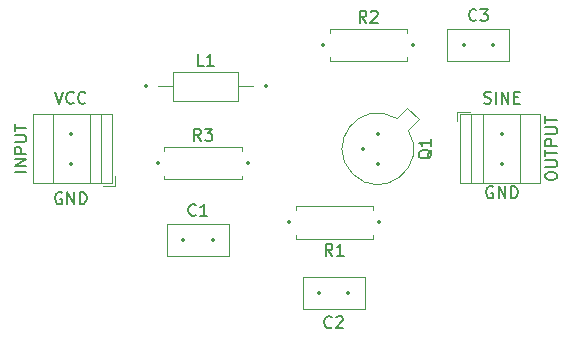
<source format=gto>
%TF.GenerationSoftware,KiCad,Pcbnew,8.0.3*%
%TF.CreationDate,2024-12-18T20:06:44+01:00*%
%TF.ProjectId,Oscillatore,4f736369-6c6c-4617-946f-72652e6b6963,rev?*%
%TF.SameCoordinates,Original*%
%TF.FileFunction,Legend,Top*%
%TF.FilePolarity,Positive*%
%FSLAX46Y46*%
G04 Gerber Fmt 4.6, Leading zero omitted, Abs format (unit mm)*
G04 Created by KiCad (PCBNEW 8.0.3) date 2024-12-18 20:06:44*
%MOMM*%
%LPD*%
G01*
G04 APERTURE LIST*
%ADD10C,0.150000*%
%ADD11C,0.120000*%
%ADD12C,0.350000*%
G04 APERTURE END LIST*
D10*
X143500000Y-71407200D02*
X143642857Y-71454819D01*
X143642857Y-71454819D02*
X143880952Y-71454819D01*
X143880952Y-71454819D02*
X143976190Y-71407200D01*
X143976190Y-71407200D02*
X144023809Y-71359580D01*
X144023809Y-71359580D02*
X144071428Y-71264342D01*
X144071428Y-71264342D02*
X144071428Y-71169104D01*
X144071428Y-71169104D02*
X144023809Y-71073866D01*
X144023809Y-71073866D02*
X143976190Y-71026247D01*
X143976190Y-71026247D02*
X143880952Y-70978628D01*
X143880952Y-70978628D02*
X143690476Y-70931009D01*
X143690476Y-70931009D02*
X143595238Y-70883390D01*
X143595238Y-70883390D02*
X143547619Y-70835771D01*
X143547619Y-70835771D02*
X143500000Y-70740533D01*
X143500000Y-70740533D02*
X143500000Y-70645295D01*
X143500000Y-70645295D02*
X143547619Y-70550057D01*
X143547619Y-70550057D02*
X143595238Y-70502438D01*
X143595238Y-70502438D02*
X143690476Y-70454819D01*
X143690476Y-70454819D02*
X143928571Y-70454819D01*
X143928571Y-70454819D02*
X144071428Y-70502438D01*
X144500000Y-71454819D02*
X144500000Y-70454819D01*
X144976190Y-71454819D02*
X144976190Y-70454819D01*
X144976190Y-70454819D02*
X145547618Y-71454819D01*
X145547618Y-71454819D02*
X145547618Y-70454819D01*
X146023809Y-70931009D02*
X146357142Y-70931009D01*
X146499999Y-71454819D02*
X146023809Y-71454819D01*
X146023809Y-71454819D02*
X146023809Y-70454819D01*
X146023809Y-70454819D02*
X146499999Y-70454819D01*
X144238095Y-78502438D02*
X144142857Y-78454819D01*
X144142857Y-78454819D02*
X144000000Y-78454819D01*
X144000000Y-78454819D02*
X143857143Y-78502438D01*
X143857143Y-78502438D02*
X143761905Y-78597676D01*
X143761905Y-78597676D02*
X143714286Y-78692914D01*
X143714286Y-78692914D02*
X143666667Y-78883390D01*
X143666667Y-78883390D02*
X143666667Y-79026247D01*
X143666667Y-79026247D02*
X143714286Y-79216723D01*
X143714286Y-79216723D02*
X143761905Y-79311961D01*
X143761905Y-79311961D02*
X143857143Y-79407200D01*
X143857143Y-79407200D02*
X144000000Y-79454819D01*
X144000000Y-79454819D02*
X144095238Y-79454819D01*
X144095238Y-79454819D02*
X144238095Y-79407200D01*
X144238095Y-79407200D02*
X144285714Y-79359580D01*
X144285714Y-79359580D02*
X144285714Y-79026247D01*
X144285714Y-79026247D02*
X144095238Y-79026247D01*
X144714286Y-79454819D02*
X144714286Y-78454819D01*
X144714286Y-78454819D02*
X145285714Y-79454819D01*
X145285714Y-79454819D02*
X145285714Y-78454819D01*
X145761905Y-79454819D02*
X145761905Y-78454819D01*
X145761905Y-78454819D02*
X146000000Y-78454819D01*
X146000000Y-78454819D02*
X146142857Y-78502438D01*
X146142857Y-78502438D02*
X146238095Y-78597676D01*
X146238095Y-78597676D02*
X146285714Y-78692914D01*
X146285714Y-78692914D02*
X146333333Y-78883390D01*
X146333333Y-78883390D02*
X146333333Y-79026247D01*
X146333333Y-79026247D02*
X146285714Y-79216723D01*
X146285714Y-79216723D02*
X146238095Y-79311961D01*
X146238095Y-79311961D02*
X146142857Y-79407200D01*
X146142857Y-79407200D02*
X146000000Y-79454819D01*
X146000000Y-79454819D02*
X145761905Y-79454819D01*
X107738095Y-79002438D02*
X107642857Y-78954819D01*
X107642857Y-78954819D02*
X107500000Y-78954819D01*
X107500000Y-78954819D02*
X107357143Y-79002438D01*
X107357143Y-79002438D02*
X107261905Y-79097676D01*
X107261905Y-79097676D02*
X107214286Y-79192914D01*
X107214286Y-79192914D02*
X107166667Y-79383390D01*
X107166667Y-79383390D02*
X107166667Y-79526247D01*
X107166667Y-79526247D02*
X107214286Y-79716723D01*
X107214286Y-79716723D02*
X107261905Y-79811961D01*
X107261905Y-79811961D02*
X107357143Y-79907200D01*
X107357143Y-79907200D02*
X107500000Y-79954819D01*
X107500000Y-79954819D02*
X107595238Y-79954819D01*
X107595238Y-79954819D02*
X107738095Y-79907200D01*
X107738095Y-79907200D02*
X107785714Y-79859580D01*
X107785714Y-79859580D02*
X107785714Y-79526247D01*
X107785714Y-79526247D02*
X107595238Y-79526247D01*
X108214286Y-79954819D02*
X108214286Y-78954819D01*
X108214286Y-78954819D02*
X108785714Y-79954819D01*
X108785714Y-79954819D02*
X108785714Y-78954819D01*
X109261905Y-79954819D02*
X109261905Y-78954819D01*
X109261905Y-78954819D02*
X109500000Y-78954819D01*
X109500000Y-78954819D02*
X109642857Y-79002438D01*
X109642857Y-79002438D02*
X109738095Y-79097676D01*
X109738095Y-79097676D02*
X109785714Y-79192914D01*
X109785714Y-79192914D02*
X109833333Y-79383390D01*
X109833333Y-79383390D02*
X109833333Y-79526247D01*
X109833333Y-79526247D02*
X109785714Y-79716723D01*
X109785714Y-79716723D02*
X109738095Y-79811961D01*
X109738095Y-79811961D02*
X109642857Y-79907200D01*
X109642857Y-79907200D02*
X109500000Y-79954819D01*
X109500000Y-79954819D02*
X109261905Y-79954819D01*
X107166667Y-70454819D02*
X107500000Y-71454819D01*
X107500000Y-71454819D02*
X107833333Y-70454819D01*
X108738095Y-71359580D02*
X108690476Y-71407200D01*
X108690476Y-71407200D02*
X108547619Y-71454819D01*
X108547619Y-71454819D02*
X108452381Y-71454819D01*
X108452381Y-71454819D02*
X108309524Y-71407200D01*
X108309524Y-71407200D02*
X108214286Y-71311961D01*
X108214286Y-71311961D02*
X108166667Y-71216723D01*
X108166667Y-71216723D02*
X108119048Y-71026247D01*
X108119048Y-71026247D02*
X108119048Y-70883390D01*
X108119048Y-70883390D02*
X108166667Y-70692914D01*
X108166667Y-70692914D02*
X108214286Y-70597676D01*
X108214286Y-70597676D02*
X108309524Y-70502438D01*
X108309524Y-70502438D02*
X108452381Y-70454819D01*
X108452381Y-70454819D02*
X108547619Y-70454819D01*
X108547619Y-70454819D02*
X108690476Y-70502438D01*
X108690476Y-70502438D02*
X108738095Y-70550057D01*
X109738095Y-71359580D02*
X109690476Y-71407200D01*
X109690476Y-71407200D02*
X109547619Y-71454819D01*
X109547619Y-71454819D02*
X109452381Y-71454819D01*
X109452381Y-71454819D02*
X109309524Y-71407200D01*
X109309524Y-71407200D02*
X109214286Y-71311961D01*
X109214286Y-71311961D02*
X109166667Y-71216723D01*
X109166667Y-71216723D02*
X109119048Y-71026247D01*
X109119048Y-71026247D02*
X109119048Y-70883390D01*
X109119048Y-70883390D02*
X109166667Y-70692914D01*
X109166667Y-70692914D02*
X109214286Y-70597676D01*
X109214286Y-70597676D02*
X109309524Y-70502438D01*
X109309524Y-70502438D02*
X109452381Y-70454819D01*
X109452381Y-70454819D02*
X109547619Y-70454819D01*
X109547619Y-70454819D02*
X109690476Y-70502438D01*
X109690476Y-70502438D02*
X109738095Y-70550057D01*
X104734819Y-77198570D02*
X103734819Y-77198570D01*
X104734819Y-76722380D02*
X103734819Y-76722380D01*
X103734819Y-76722380D02*
X104734819Y-76150952D01*
X104734819Y-76150952D02*
X103734819Y-76150952D01*
X104734819Y-75674761D02*
X103734819Y-75674761D01*
X103734819Y-75674761D02*
X103734819Y-75293809D01*
X103734819Y-75293809D02*
X103782438Y-75198571D01*
X103782438Y-75198571D02*
X103830057Y-75150952D01*
X103830057Y-75150952D02*
X103925295Y-75103333D01*
X103925295Y-75103333D02*
X104068152Y-75103333D01*
X104068152Y-75103333D02*
X104163390Y-75150952D01*
X104163390Y-75150952D02*
X104211009Y-75198571D01*
X104211009Y-75198571D02*
X104258628Y-75293809D01*
X104258628Y-75293809D02*
X104258628Y-75674761D01*
X103734819Y-74674761D02*
X104544342Y-74674761D01*
X104544342Y-74674761D02*
X104639580Y-74627142D01*
X104639580Y-74627142D02*
X104687200Y-74579523D01*
X104687200Y-74579523D02*
X104734819Y-74484285D01*
X104734819Y-74484285D02*
X104734819Y-74293809D01*
X104734819Y-74293809D02*
X104687200Y-74198571D01*
X104687200Y-74198571D02*
X104639580Y-74150952D01*
X104639580Y-74150952D02*
X104544342Y-74103333D01*
X104544342Y-74103333D02*
X103734819Y-74103333D01*
X103734819Y-73769999D02*
X103734819Y-73198571D01*
X104734819Y-73484285D02*
X103734819Y-73484285D01*
X119523333Y-74584819D02*
X119190000Y-74108628D01*
X118951905Y-74584819D02*
X118951905Y-73584819D01*
X118951905Y-73584819D02*
X119332857Y-73584819D01*
X119332857Y-73584819D02*
X119428095Y-73632438D01*
X119428095Y-73632438D02*
X119475714Y-73680057D01*
X119475714Y-73680057D02*
X119523333Y-73775295D01*
X119523333Y-73775295D02*
X119523333Y-73918152D01*
X119523333Y-73918152D02*
X119475714Y-74013390D01*
X119475714Y-74013390D02*
X119428095Y-74061009D01*
X119428095Y-74061009D02*
X119332857Y-74108628D01*
X119332857Y-74108628D02*
X118951905Y-74108628D01*
X119856667Y-73584819D02*
X120475714Y-73584819D01*
X120475714Y-73584819D02*
X120142381Y-73965771D01*
X120142381Y-73965771D02*
X120285238Y-73965771D01*
X120285238Y-73965771D02*
X120380476Y-74013390D01*
X120380476Y-74013390D02*
X120428095Y-74061009D01*
X120428095Y-74061009D02*
X120475714Y-74156247D01*
X120475714Y-74156247D02*
X120475714Y-74394342D01*
X120475714Y-74394342D02*
X120428095Y-74489580D01*
X120428095Y-74489580D02*
X120380476Y-74537200D01*
X120380476Y-74537200D02*
X120285238Y-74584819D01*
X120285238Y-74584819D02*
X119999524Y-74584819D01*
X119999524Y-74584819D02*
X119904286Y-74537200D01*
X119904286Y-74537200D02*
X119856667Y-74489580D01*
X133523333Y-64584819D02*
X133190000Y-64108628D01*
X132951905Y-64584819D02*
X132951905Y-63584819D01*
X132951905Y-63584819D02*
X133332857Y-63584819D01*
X133332857Y-63584819D02*
X133428095Y-63632438D01*
X133428095Y-63632438D02*
X133475714Y-63680057D01*
X133475714Y-63680057D02*
X133523333Y-63775295D01*
X133523333Y-63775295D02*
X133523333Y-63918152D01*
X133523333Y-63918152D02*
X133475714Y-64013390D01*
X133475714Y-64013390D02*
X133428095Y-64061009D01*
X133428095Y-64061009D02*
X133332857Y-64108628D01*
X133332857Y-64108628D02*
X132951905Y-64108628D01*
X133904286Y-63680057D02*
X133951905Y-63632438D01*
X133951905Y-63632438D02*
X134047143Y-63584819D01*
X134047143Y-63584819D02*
X134285238Y-63584819D01*
X134285238Y-63584819D02*
X134380476Y-63632438D01*
X134380476Y-63632438D02*
X134428095Y-63680057D01*
X134428095Y-63680057D02*
X134475714Y-63775295D01*
X134475714Y-63775295D02*
X134475714Y-63870533D01*
X134475714Y-63870533D02*
X134428095Y-64013390D01*
X134428095Y-64013390D02*
X133856667Y-64584819D01*
X133856667Y-64584819D02*
X134475714Y-64584819D01*
X130643333Y-84324819D02*
X130310000Y-83848628D01*
X130071905Y-84324819D02*
X130071905Y-83324819D01*
X130071905Y-83324819D02*
X130452857Y-83324819D01*
X130452857Y-83324819D02*
X130548095Y-83372438D01*
X130548095Y-83372438D02*
X130595714Y-83420057D01*
X130595714Y-83420057D02*
X130643333Y-83515295D01*
X130643333Y-83515295D02*
X130643333Y-83658152D01*
X130643333Y-83658152D02*
X130595714Y-83753390D01*
X130595714Y-83753390D02*
X130548095Y-83801009D01*
X130548095Y-83801009D02*
X130452857Y-83848628D01*
X130452857Y-83848628D02*
X130071905Y-83848628D01*
X131595714Y-84324819D02*
X131024286Y-84324819D01*
X131310000Y-84324819D02*
X131310000Y-83324819D01*
X131310000Y-83324819D02*
X131214762Y-83467676D01*
X131214762Y-83467676D02*
X131119524Y-83562914D01*
X131119524Y-83562914D02*
X131024286Y-83610533D01*
X139070057Y-75365238D02*
X139022438Y-75460476D01*
X139022438Y-75460476D02*
X138927200Y-75555714D01*
X138927200Y-75555714D02*
X138784342Y-75698571D01*
X138784342Y-75698571D02*
X138736723Y-75793809D01*
X138736723Y-75793809D02*
X138736723Y-75889047D01*
X138974819Y-75841428D02*
X138927200Y-75936666D01*
X138927200Y-75936666D02*
X138831961Y-76031904D01*
X138831961Y-76031904D02*
X138641485Y-76079523D01*
X138641485Y-76079523D02*
X138308152Y-76079523D01*
X138308152Y-76079523D02*
X138117676Y-76031904D01*
X138117676Y-76031904D02*
X138022438Y-75936666D01*
X138022438Y-75936666D02*
X137974819Y-75841428D01*
X137974819Y-75841428D02*
X137974819Y-75650952D01*
X137974819Y-75650952D02*
X138022438Y-75555714D01*
X138022438Y-75555714D02*
X138117676Y-75460476D01*
X138117676Y-75460476D02*
X138308152Y-75412857D01*
X138308152Y-75412857D02*
X138641485Y-75412857D01*
X138641485Y-75412857D02*
X138831961Y-75460476D01*
X138831961Y-75460476D02*
X138927200Y-75555714D01*
X138927200Y-75555714D02*
X138974819Y-75650952D01*
X138974819Y-75650952D02*
X138974819Y-75841428D01*
X138974819Y-74460476D02*
X138974819Y-75031904D01*
X138974819Y-74746190D02*
X137974819Y-74746190D01*
X137974819Y-74746190D02*
X138117676Y-74841428D01*
X138117676Y-74841428D02*
X138212914Y-74936666D01*
X138212914Y-74936666D02*
X138260533Y-75031904D01*
X119753333Y-68234819D02*
X119277143Y-68234819D01*
X119277143Y-68234819D02*
X119277143Y-67234819D01*
X120610476Y-68234819D02*
X120039048Y-68234819D01*
X120324762Y-68234819D02*
X120324762Y-67234819D01*
X120324762Y-67234819D02*
X120229524Y-67377676D01*
X120229524Y-67377676D02*
X120134286Y-67472914D01*
X120134286Y-67472914D02*
X120039048Y-67520533D01*
X148674819Y-77674761D02*
X148674819Y-77484285D01*
X148674819Y-77484285D02*
X148722438Y-77389047D01*
X148722438Y-77389047D02*
X148817676Y-77293809D01*
X148817676Y-77293809D02*
X149008152Y-77246190D01*
X149008152Y-77246190D02*
X149341485Y-77246190D01*
X149341485Y-77246190D02*
X149531961Y-77293809D01*
X149531961Y-77293809D02*
X149627200Y-77389047D01*
X149627200Y-77389047D02*
X149674819Y-77484285D01*
X149674819Y-77484285D02*
X149674819Y-77674761D01*
X149674819Y-77674761D02*
X149627200Y-77769999D01*
X149627200Y-77769999D02*
X149531961Y-77865237D01*
X149531961Y-77865237D02*
X149341485Y-77912856D01*
X149341485Y-77912856D02*
X149008152Y-77912856D01*
X149008152Y-77912856D02*
X148817676Y-77865237D01*
X148817676Y-77865237D02*
X148722438Y-77769999D01*
X148722438Y-77769999D02*
X148674819Y-77674761D01*
X148674819Y-76817618D02*
X149484342Y-76817618D01*
X149484342Y-76817618D02*
X149579580Y-76769999D01*
X149579580Y-76769999D02*
X149627200Y-76722380D01*
X149627200Y-76722380D02*
X149674819Y-76627142D01*
X149674819Y-76627142D02*
X149674819Y-76436666D01*
X149674819Y-76436666D02*
X149627200Y-76341428D01*
X149627200Y-76341428D02*
X149579580Y-76293809D01*
X149579580Y-76293809D02*
X149484342Y-76246190D01*
X149484342Y-76246190D02*
X148674819Y-76246190D01*
X148674819Y-75912856D02*
X148674819Y-75341428D01*
X149674819Y-75627142D02*
X148674819Y-75627142D01*
X149674819Y-75008094D02*
X148674819Y-75008094D01*
X148674819Y-75008094D02*
X148674819Y-74627142D01*
X148674819Y-74627142D02*
X148722438Y-74531904D01*
X148722438Y-74531904D02*
X148770057Y-74484285D01*
X148770057Y-74484285D02*
X148865295Y-74436666D01*
X148865295Y-74436666D02*
X149008152Y-74436666D01*
X149008152Y-74436666D02*
X149103390Y-74484285D01*
X149103390Y-74484285D02*
X149151009Y-74531904D01*
X149151009Y-74531904D02*
X149198628Y-74627142D01*
X149198628Y-74627142D02*
X149198628Y-75008094D01*
X148674819Y-74008094D02*
X149484342Y-74008094D01*
X149484342Y-74008094D02*
X149579580Y-73960475D01*
X149579580Y-73960475D02*
X149627200Y-73912856D01*
X149627200Y-73912856D02*
X149674819Y-73817618D01*
X149674819Y-73817618D02*
X149674819Y-73627142D01*
X149674819Y-73627142D02*
X149627200Y-73531904D01*
X149627200Y-73531904D02*
X149579580Y-73484285D01*
X149579580Y-73484285D02*
X149484342Y-73436666D01*
X149484342Y-73436666D02*
X148674819Y-73436666D01*
X148674819Y-73103332D02*
X148674819Y-72531904D01*
X149674819Y-72817618D02*
X148674819Y-72817618D01*
X142833333Y-64359580D02*
X142785714Y-64407200D01*
X142785714Y-64407200D02*
X142642857Y-64454819D01*
X142642857Y-64454819D02*
X142547619Y-64454819D01*
X142547619Y-64454819D02*
X142404762Y-64407200D01*
X142404762Y-64407200D02*
X142309524Y-64311961D01*
X142309524Y-64311961D02*
X142261905Y-64216723D01*
X142261905Y-64216723D02*
X142214286Y-64026247D01*
X142214286Y-64026247D02*
X142214286Y-63883390D01*
X142214286Y-63883390D02*
X142261905Y-63692914D01*
X142261905Y-63692914D02*
X142309524Y-63597676D01*
X142309524Y-63597676D02*
X142404762Y-63502438D01*
X142404762Y-63502438D02*
X142547619Y-63454819D01*
X142547619Y-63454819D02*
X142642857Y-63454819D01*
X142642857Y-63454819D02*
X142785714Y-63502438D01*
X142785714Y-63502438D02*
X142833333Y-63550057D01*
X143166667Y-63454819D02*
X143785714Y-63454819D01*
X143785714Y-63454819D02*
X143452381Y-63835771D01*
X143452381Y-63835771D02*
X143595238Y-63835771D01*
X143595238Y-63835771D02*
X143690476Y-63883390D01*
X143690476Y-63883390D02*
X143738095Y-63931009D01*
X143738095Y-63931009D02*
X143785714Y-64026247D01*
X143785714Y-64026247D02*
X143785714Y-64264342D01*
X143785714Y-64264342D02*
X143738095Y-64359580D01*
X143738095Y-64359580D02*
X143690476Y-64407200D01*
X143690476Y-64407200D02*
X143595238Y-64454819D01*
X143595238Y-64454819D02*
X143309524Y-64454819D01*
X143309524Y-64454819D02*
X143214286Y-64407200D01*
X143214286Y-64407200D02*
X143166667Y-64359580D01*
X130583333Y-90359580D02*
X130535714Y-90407200D01*
X130535714Y-90407200D02*
X130392857Y-90454819D01*
X130392857Y-90454819D02*
X130297619Y-90454819D01*
X130297619Y-90454819D02*
X130154762Y-90407200D01*
X130154762Y-90407200D02*
X130059524Y-90311961D01*
X130059524Y-90311961D02*
X130011905Y-90216723D01*
X130011905Y-90216723D02*
X129964286Y-90026247D01*
X129964286Y-90026247D02*
X129964286Y-89883390D01*
X129964286Y-89883390D02*
X130011905Y-89692914D01*
X130011905Y-89692914D02*
X130059524Y-89597676D01*
X130059524Y-89597676D02*
X130154762Y-89502438D01*
X130154762Y-89502438D02*
X130297619Y-89454819D01*
X130297619Y-89454819D02*
X130392857Y-89454819D01*
X130392857Y-89454819D02*
X130535714Y-89502438D01*
X130535714Y-89502438D02*
X130583333Y-89550057D01*
X130964286Y-89550057D02*
X131011905Y-89502438D01*
X131011905Y-89502438D02*
X131107143Y-89454819D01*
X131107143Y-89454819D02*
X131345238Y-89454819D01*
X131345238Y-89454819D02*
X131440476Y-89502438D01*
X131440476Y-89502438D02*
X131488095Y-89550057D01*
X131488095Y-89550057D02*
X131535714Y-89645295D01*
X131535714Y-89645295D02*
X131535714Y-89740533D01*
X131535714Y-89740533D02*
X131488095Y-89883390D01*
X131488095Y-89883390D02*
X130916667Y-90454819D01*
X130916667Y-90454819D02*
X131535714Y-90454819D01*
X119083333Y-80859580D02*
X119035714Y-80907200D01*
X119035714Y-80907200D02*
X118892857Y-80954819D01*
X118892857Y-80954819D02*
X118797619Y-80954819D01*
X118797619Y-80954819D02*
X118654762Y-80907200D01*
X118654762Y-80907200D02*
X118559524Y-80811961D01*
X118559524Y-80811961D02*
X118511905Y-80716723D01*
X118511905Y-80716723D02*
X118464286Y-80526247D01*
X118464286Y-80526247D02*
X118464286Y-80383390D01*
X118464286Y-80383390D02*
X118511905Y-80192914D01*
X118511905Y-80192914D02*
X118559524Y-80097676D01*
X118559524Y-80097676D02*
X118654762Y-80002438D01*
X118654762Y-80002438D02*
X118797619Y-79954819D01*
X118797619Y-79954819D02*
X118892857Y-79954819D01*
X118892857Y-79954819D02*
X119035714Y-80002438D01*
X119035714Y-80002438D02*
X119083333Y-80050057D01*
X120035714Y-80954819D02*
X119464286Y-80954819D01*
X119750000Y-80954819D02*
X119750000Y-79954819D01*
X119750000Y-79954819D02*
X119654762Y-80097676D01*
X119654762Y-80097676D02*
X119559524Y-80192914D01*
X119559524Y-80192914D02*
X119464286Y-80240533D01*
D11*
%TO.C,INPUT*%
X111100000Y-78180000D02*
X111100000Y-72360000D01*
X110100000Y-78180000D02*
X110100000Y-72360000D01*
X106999000Y-78180000D02*
X106999000Y-72360000D01*
X105280000Y-78180000D02*
X105280000Y-72360000D01*
X112020000Y-78180000D02*
X112020000Y-72360000D01*
X105280000Y-78180000D02*
X112020000Y-78180000D01*
X105280000Y-72360000D02*
X112020000Y-72360000D01*
X111220000Y-78420000D02*
X112260000Y-78420000D01*
X112260000Y-78420000D02*
X112260000Y-77620000D01*
%TO.C,R3*%
X116420000Y-75130000D02*
X122960000Y-75130000D01*
X116420000Y-75460000D02*
X116420000Y-75130000D01*
X116420000Y-77540000D02*
X116420000Y-77870000D01*
X116420000Y-77870000D02*
X122960000Y-77870000D01*
X122960000Y-75130000D02*
X122960000Y-75460000D01*
X122960000Y-77870000D02*
X122960000Y-77540000D01*
%TO.C,R2*%
X130420000Y-65130000D02*
X136960000Y-65130000D01*
X130420000Y-65460000D02*
X130420000Y-65130000D01*
X130420000Y-67540000D02*
X130420000Y-67870000D01*
X130420000Y-67870000D02*
X136960000Y-67870000D01*
X136960000Y-65130000D02*
X136960000Y-65460000D01*
X136960000Y-67870000D02*
X136960000Y-67540000D01*
%TO.C,R1*%
X134080000Y-82870000D02*
X127540000Y-82870000D01*
X134080000Y-82540000D02*
X134080000Y-82870000D01*
X134080000Y-80460000D02*
X134080000Y-80130000D01*
X134080000Y-80130000D02*
X127540000Y-80130000D01*
X127540000Y-82870000D02*
X127540000Y-82540000D01*
X127540000Y-80130000D02*
X127540000Y-80460000D01*
%TO.C,Q1*%
X136994499Y-71785552D02*
X136082331Y-72697719D01*
X137984448Y-72775501D02*
X136994499Y-71785552D01*
X137072281Y-73687669D02*
X137984448Y-72775501D01*
X137072281Y-73687669D02*
G75*
G02*
X136082544Y-72697850I-2572281J-1582331D01*
G01*
%TO.C,L1*%
X115880000Y-70000000D02*
X117150000Y-70000000D01*
X117150000Y-68780000D02*
X117150000Y-71220000D01*
X117150000Y-71220000D02*
X122690000Y-71220000D01*
X122690000Y-68780000D02*
X117150000Y-68780000D01*
X122690000Y-71220000D02*
X122690000Y-68780000D01*
X123960000Y-70000000D02*
X122690000Y-70000000D01*
%TO.C,OUTPUT*%
X142400000Y-72360000D02*
X142400000Y-78180000D01*
X143400000Y-72360000D02*
X143400000Y-78180000D01*
X146501000Y-72360000D02*
X146501000Y-78180000D01*
X148220000Y-72360000D02*
X148220000Y-78180000D01*
X141480000Y-72360000D02*
X141480000Y-78180000D01*
X148220000Y-72360000D02*
X141480000Y-72360000D01*
X148220000Y-78180000D02*
X141480000Y-78180000D01*
X142280000Y-72120000D02*
X141240000Y-72120000D01*
X141240000Y-72120000D02*
X141240000Y-72920000D01*
%TO.C,C3*%
X145620000Y-65130000D02*
X145620000Y-67870000D01*
X140380000Y-67870000D02*
X145620000Y-67870000D01*
X140380000Y-65130000D02*
X145620000Y-65130000D01*
X140380000Y-65130000D02*
X140380000Y-67870000D01*
%TO.C,C2*%
X133370000Y-88870000D02*
X133370000Y-86130000D01*
X133370000Y-88870000D02*
X128130000Y-88870000D01*
X133370000Y-86130000D02*
X128130000Y-86130000D01*
X128130000Y-88870000D02*
X128130000Y-86130000D01*
%TO.C,C1*%
X116630000Y-81630000D02*
X116630000Y-84370000D01*
X116630000Y-81630000D02*
X121870000Y-81630000D01*
X116630000Y-84370000D02*
X121870000Y-84370000D01*
X121870000Y-81630000D02*
X121870000Y-84370000D01*
%TD*%
D12*
X108500000Y-76540000D03*
X108500000Y-74000000D03*
X115880000Y-76500000D03*
X123500000Y-76500000D03*
X129880000Y-66500000D03*
X137500000Y-66500000D03*
X134620000Y-81500000D03*
X127000000Y-81500000D03*
X134500000Y-74000000D03*
X133230000Y-75270000D03*
X134500000Y-76540000D03*
X114840000Y-70000000D03*
X125000000Y-70000000D03*
X145000000Y-74000000D03*
X145000000Y-76540000D03*
X144250000Y-66500000D03*
X141750000Y-66500000D03*
X132000000Y-87500000D03*
X129500000Y-87500000D03*
X118000000Y-83000000D03*
X120500000Y-83000000D03*
M02*

</source>
